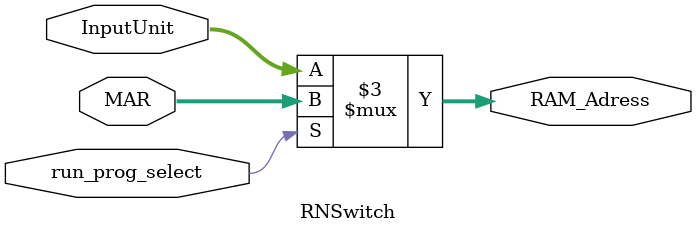
<source format=v>
module RNSwitch (
    input run_prog_select,
    input [3:0] MAR,// Memory adress register
    input [3:0] InputUnit,
    output reg [3:0] RAM_Adress//reg pt ca este folosit in always
);

always @(*) begin
    if (run_prog_select)begin
        RAM_Adress=MAR;
    end else begin 
        RAM_Adress=InputUnit;
    end
end
    
endmodule
</source>
